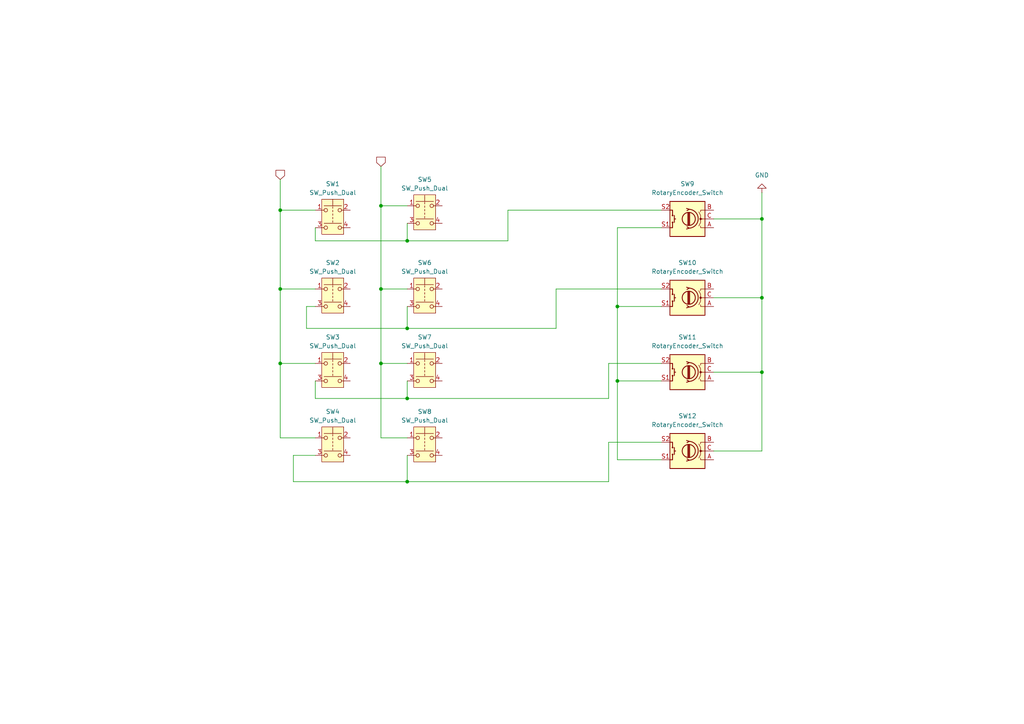
<source format=kicad_sch>
(kicad_sch (version 20250114) (generator "eeschema") (generator_version "9.0")
  (paper "A4")
  (lib_symbols
    (symbol "Device:RotaryEncoder_Switch" (pin_names (offset 0.254) (hide yes))
      (property "Reference" "SW" (at 0 6.604 0))
      (property "Value" "RotaryEncoder_Switch" (at 0 -6.604 0))
      (symbol "RotaryEncoder_Switch_0_1"
        (rectangle (start -5.08 5.08) (end 5.08 -5.08) (stroke (width 0.254)) (fill (type background)))
        (polyline (pts (xy -5.08 2.54) (xy -3.81 2.54) (xy -3.81 2.032)))
        (polyline (pts (xy -5.08 0) (xy -3.81 0) (xy -3.81 -1.016) (xy -3.302 -2.032)))
        (polyline (pts (xy -5.08 -2.54) (xy -3.81 -2.54) (xy -3.81 -2.032)))
        (polyline (pts (xy -4.318 0) (xy -3.81 0) (xy -3.81 1.016) (xy -3.302 2.032)))
        (circle (center -3.81 0) (radius 0.254) (fill (type outline)))
        (polyline (pts (xy -0.635 -1.778) (xy -0.635 1.778)) (stroke (width 0.254)))
        (circle (center -0.381 0) (radius 1.905) (stroke (width 0.254)))
        (polyline (pts (xy -0.381 -1.778) (xy -0.381 1.778)) (stroke (width 0.254)))
        (arc (start -0.381 -2.794) (mid -3.0988 -0.0635) (end -0.381 2.667) (stroke (width 0.254)))
        (polyline (pts (xy -0.127 1.778) (xy -0.127 -1.778)) (stroke (width 0.254)))
        (polyline (pts (xy 0.254 2.921) (xy -0.508 2.667) (xy 0.127 2.286)) (stroke (width 0.254)))
        (polyline (pts (xy 0.254 -3.048) (xy -0.508 -2.794) (xy 0.127 -2.413)) (stroke (width 0.254)))
        (polyline (pts (xy 3.81 1.016) (xy 3.81 -1.016)) (stroke (width 0.254)))
        (polyline (pts (xy 3.81 0) (xy 3.429 0)) (stroke (width 0.254)))
        (circle (center 4.318 1.016) (radius 0.127) (stroke (width 0.254)))
        (circle (center 4.318 -1.016) (radius 0.127) (stroke (width 0.254)))
        (polyline (pts (xy 5.08 2.54) (xy 4.318 2.54) (xy 4.318 1.016)) (stroke (width 0.254)))
        (polyline (pts (xy 5.08 -2.54) (xy 4.318 -2.54) (xy 4.318 -1.016)) (stroke (width 0.254)))
      )
      (symbol "RotaryEncoder_Switch_1_1"
        (pin passive line (at -7.62 2.54 0) (length 2.54) (name "A") (number "A"))
        (pin passive line (at -7.62 0 0) (length 2.54) (name "C") (number "C"))
        (pin passive line (at -7.62 -2.54 0) (length 2.54) (name "B") (number "B"))
        (pin passive line (at 7.62 2.54 180) (length 2.54) (name "S1") (number "S1"))
        (pin passive line (at 7.62 -2.54 180) (length 2.54) (name "S2") (number "S2"))
      )
    )
    (symbol "Switch:SW_Push_Dual" (pin_names (offset 1.016) (hide yes))
      (property "Reference" "SW" (at 0 7.62 0))
      (property "Value" "SW_Push_Dual" (at 0 -6.35 0))
      (symbol "SW_Push_Dual_0_1"
        (circle (center -2.032 2.54) (radius 0.508))
        (circle (center -2.032 -2.54) (radius 0.508))
        (polyline (pts (xy 0 3.81) (xy 0 5.588)))
        (polyline (pts (xy 0 3.048) (xy 0 3.556)))
        (polyline (pts (xy 0 2.032) (xy 0 2.54)))
        (polyline (pts (xy 0 1.016) (xy 0 1.524)))
        (polyline (pts (xy 0 0.508) (xy 0 0)))
        (polyline (pts (xy 0 -0.508) (xy 0 -1.016)))
        (circle (center 2.032 2.54) (radius 0.508))
        (circle (center 2.032 -2.54) (radius 0.508))
        (polyline (pts (xy 2.54 3.81) (xy -2.54 3.81)))
        (polyline (pts (xy 2.54 -1.27) (xy -2.54 -1.27)))
        (pin passive line (at -5.08 2.54 0) (length 2.54) (name "1") (number "1"))
        (pin passive line (at -5.08 -2.54 0) (length 2.54) (name "3") (number "3"))
        (pin passive line (at 5.08 2.54 180) (length 2.54) (name "2") (number "2"))
        (pin passive line (at 5.08 -2.54 180) (length 2.54) (name "4") (number "4"))
      )
      (symbol "SW_Push_Dual_1_1"
        (rectangle (start -3.175 5.715) (end 3.175 -4.445) (fill (type background)))
      )
    )
    (symbol "power:GND" (power) (pin_numbers (hide yes)) (pin_names (offset 0) (hide yes))
      (property "Value" "GND" (at 0 -3.81 0))
      (symbol "GND_0_1"
        (polyline (pts (xy 0 0) (xy 0 -1.27) (xy 1.27 -1.27) (xy 0 -2.54) (xy -1.27 -1.27) (xy 0 -1.27)))
      )
      (symbol "GND_1_1"
        (pin power_in line (at 0 0 270) (length 0) (name "~") (number "1"))
      )
    )
  )
  (junction (at 220.98 107.95))
  (junction (at 179.07 88.9))
  (junction (at 81.28 105.41))
  (junction (at 110.49 83.82))
  (junction (at 220.98 63.5))
  (junction (at 179.07 110.49))
  (junction (at 81.28 83.82))
  (junction (at 118.11 95.25))
  (junction (at 118.11 139.7))
  (junction (at 220.98 86.36))
  (junction (at 81.28 60.96))
  (junction (at 118.11 69.85))
  (junction (at 110.49 105.41))
  (junction (at 110.49 59.69))
  (junction (at 118.11 115.57))
  (wire (pts (xy 118.11 95.25) (xy 161.29 95.25)))
  (wire (pts (xy 176.53 115.57) (xy 176.53 105.41)))
  (wire (pts (xy 91.44 66.04) (xy 91.44 69.85)))
  (wire (pts (xy 179.07 133.35) (xy 179.07 110.49)))
  (wire (pts (xy 220.98 130.81) (xy 207.01 130.81)))
  (wire (pts (xy 147.32 60.96) (xy 191.77 60.96)))
  (wire (pts (xy 81.28 105.41) (xy 91.44 105.41)))
  (wire (pts (xy 85.09 132.08) (xy 85.09 139.7)))
  (wire (pts (xy 176.53 139.7) (xy 176.53 128.27)))
  (wire (pts (xy 91.44 69.85) (xy 118.11 69.85)))
  (wire (pts (xy 191.77 66.04) (xy 179.07 66.04)))
  (wire (pts (xy 91.44 88.9) (xy 88.9 88.9)))
  (wire (pts (xy 81.28 83.82) (xy 81.28 105.41)))
  (wire (pts (xy 110.49 105.41) (xy 110.49 127)))
  (wire (pts (xy 179.07 110.49) (xy 191.77 110.49)))
  (wire (pts (xy 85.09 139.7) (xy 118.11 139.7)))
  (wire (pts (xy 81.28 52.07) (xy 81.28 60.96)))
  (wire (pts (xy 91.44 127) (xy 81.28 127)))
  (wire (pts (xy 207.01 86.36) (xy 220.98 86.36)))
  (wire (pts (xy 110.49 59.69) (xy 118.11 59.69)))
  (wire (pts (xy 161.29 95.25) (xy 161.29 83.82)))
  (wire (pts (xy 220.98 107.95) (xy 220.98 130.81)))
  (wire (pts (xy 118.11 132.08) (xy 118.11 139.7)))
  (wire (pts (xy 161.29 83.82) (xy 191.77 83.82)))
  (wire (pts (xy 110.49 59.69) (xy 110.49 83.82)))
  (wire (pts (xy 118.11 69.85) (xy 118.11 64.77)))
  (wire (pts (xy 110.49 83.82) (xy 110.49 105.41)))
  (wire (pts (xy 118.11 139.7) (xy 176.53 139.7)))
  (wire (pts (xy 110.49 83.82) (xy 118.11 83.82)))
  (wire (pts (xy 207.01 107.95) (xy 220.98 107.95)))
  (wire (pts (xy 118.11 115.57) (xy 176.53 115.57)))
  (wire (pts (xy 88.9 95.25) (xy 118.11 95.25)))
  (wire (pts (xy 81.28 60.96) (xy 81.28 83.82)))
  (wire (pts (xy 179.07 88.9) (xy 179.07 110.49)))
  (wire (pts (xy 118.11 88.9) (xy 118.11 95.25)))
  (wire (pts (xy 110.49 48.26) (xy 110.49 59.69)))
  (wire (pts (xy 220.98 86.36) (xy 220.98 107.95)))
  (wire (pts (xy 179.07 88.9) (xy 191.77 88.9)))
  (wire (pts (xy 91.44 132.08) (xy 85.09 132.08)))
  (wire (pts (xy 147.32 69.85) (xy 147.32 60.96)))
  (wire (pts (xy 110.49 127) (xy 118.11 127)))
  (wire (pts (xy 220.98 63.5) (xy 220.98 86.36)))
  (wire (pts (xy 179.07 66.04) (xy 179.07 88.9)))
  (wire (pts (xy 118.11 69.85) (xy 147.32 69.85)))
  (wire (pts (xy 176.53 105.41) (xy 191.77 105.41)))
  (wire (pts (xy 91.44 60.96) (xy 81.28 60.96)))
  (wire (pts (xy 191.77 133.35) (xy 179.07 133.35)))
  (wire (pts (xy 91.44 115.57) (xy 118.11 115.57)))
  (wire (pts (xy 176.53 128.27) (xy 191.77 128.27)))
  (wire (pts (xy 91.44 83.82) (xy 81.28 83.82)))
  (wire (pts (xy 110.49 105.41) (xy 118.11 105.41)))
  (wire (pts (xy 118.11 110.49) (xy 118.11 115.57)))
  (wire (pts (xy 91.44 110.49) (xy 91.44 115.57)))
  (wire (pts (xy 88.9 88.9) (xy 88.9 95.25)))
  (wire (pts (xy 81.28 105.41) (xy 81.28 127)))
  (wire (pts (xy 207.01 63.5) (xy 220.98 63.5)))
  (wire (pts (xy 220.98 55.88) (xy 220.98 63.5)))
  (global_label "" (shape input) (at 81.28 52.07 90) (property "Intersheetrefs" "${INTERSHEET_REFS}" (effects (hide yes))))
  (global_label "" (shape input) (at 110.49 48.26 90) (property "Intersheetrefs" "${INTERSHEET_REFS}" (effects (hide yes))))
  (symbol (lib_id "Device:RotaryEncoder_Switch") (at 199.39 130.81 180) (unit 1)
    (property "Reference" "SW12" (at 199.39 120.65 0))
    (property "Value" "RotaryEncoder_Switch" (at 199.39 123.19 0))
    (property "Description" "Rotary encoder, dual channel, incremental quadrate outputs, with switch" (effects (hide yes)))
  )
  (symbol (lib_id "Switch:SW_Push_Dual") (at 96.52 129.54 0) (unit 1)
    (property "Reference" "SW4" (at 96.52 119.38 0))
    (property "Value" "SW_Push_Dual" (at 96.52 121.92 0))
    (property "Description" "Push button switch, generic, symbol, four pins" (effects (hide yes)))
  )
  (symbol (lib_id "Switch:SW_Push_Dual") (at 123.19 107.95 0) (unit 1)
    (property "Reference" "SW7" (at 123.19 97.79 0))
    (property "Value" "SW_Push_Dual" (at 123.19 100.33 0))
    (property "Description" "Push button switch, generic, symbol, four pins" (effects (hide yes)))
  )
  (symbol (lib_id "Switch:SW_Push_Dual") (at 96.52 107.95 0) (unit 1)
    (property "Reference" "SW3" (at 96.52 97.79 0))
    (property "Value" "SW_Push_Dual" (at 96.52 100.33 0))
    (property "Description" "Push button switch, generic, symbol, four pins" (effects (hide yes)))
  )
  (symbol (lib_id "Switch:SW_Push_Dual") (at 96.52 63.5 0) (unit 1)
    (property "Reference" "SW1" (at 96.52 53.34 0))
    (property "Value" "SW_Push_Dual" (at 96.52 55.88 0))
    (property "Description" "Push button switch, generic, symbol, four pins" (effects (hide yes)))
  )
  (symbol (lib_id "Device:RotaryEncoder_Switch") (at 199.39 86.36 180) (unit 1)
    (property "Reference" "SW10" (at 199.39 76.2 0))
    (property "Value" "RotaryEncoder_Switch" (at 199.39 78.74 0))
    (property "Description" "Rotary encoder, dual channel, incremental quadrate outputs, with switch" (effects (hide yes)))
  )
  (symbol (lib_id "Switch:SW_Push_Dual") (at 123.19 86.36 0) (unit 1)
    (property "Reference" "SW6" (at 123.19 76.2 0))
    (property "Value" "SW_Push_Dual" (at 123.19 78.74 0))
    (property "Description" "Push button switch, generic, symbol, four pins" (effects (hide yes)))
  )
  (symbol (lib_id "Switch:SW_Push_Dual") (at 123.19 129.54 0) (unit 1)
    (property "Reference" "SW8" (at 123.19 119.38 0))
    (property "Value" "SW_Push_Dual" (at 123.19 121.92 0))
    (property "Description" "Push button switch, generic, symbol, four pins" (effects (hide yes)))
  )
  (symbol (lib_id "Device:RotaryEncoder_Switch") (at 199.39 63.5 180) (unit 1)
    (property "Reference" "SW9" (at 199.39 53.34 0))
    (property "Value" "RotaryEncoder_Switch" (at 199.39 55.88 0))
    (property "Description" "Rotary encoder, dual channel, incremental quadrate outputs, with switch" (effects (hide yes)))
  )
  (symbol (lib_id "Switch:SW_Push_Dual") (at 96.52 86.36 0) (unit 1)
    (property "Reference" "SW2" (at 96.52 76.2 0))
    (property "Value" "SW_Push_Dual" (at 96.52 78.74 0))
    (property "Description" "Push button switch, generic, symbol, four pins" (effects (hide yes)))
  )
  (symbol (lib_id "Switch:SW_Push_Dual") (at 123.19 62.23 0) (unit 1)
    (property "Reference" "SW5" (at 123.19 52.07 0))
    (property "Value" "SW_Push_Dual" (at 123.19 54.61 0))
    (property "Description" "Push button switch, generic, symbol, four pins" (effects (hide yes)))
  )
  (symbol (lib_id "power:GND") (at 220.98 55.88 180) (unit 1)
    (property "Reference" "#PWR01" (effects (hide yes)))
    (property "Value" "GND" (at 220.98 50.8 0))
    (property "Description" "Power symbol creates a global label with name \"GND\" , ground" (effects (hide yes)))
  )
  (symbol (lib_id "Device:RotaryEncoder_Switch") (at 199.39 107.95 180) (unit 1)
    (property "Reference" "SW11" (at 199.39 97.79 0))
    (property "Value" "RotaryEncoder_Switch" (at 199.39 100.33 0))
    (property "Description" "Rotary encoder, dual channel, incremental quadrate outputs, with switch" (effects (hide yes)))
  )
)
</source>
